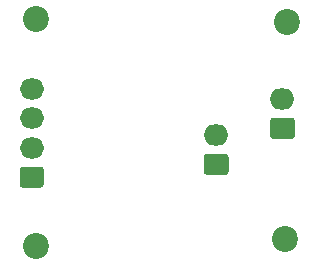
<source format=gbr>
%TF.GenerationSoftware,KiCad,Pcbnew,(5.1.10)-1*%
%TF.CreationDate,2021-12-28T15:59:08-05:00*%
%TF.ProjectId,CAN Transceiver Breakout,43414e20-5472-4616-9e73-636569766572,rev?*%
%TF.SameCoordinates,Original*%
%TF.FileFunction,Soldermask,Bot*%
%TF.FilePolarity,Negative*%
%FSLAX46Y46*%
G04 Gerber Fmt 4.6, Leading zero omitted, Abs format (unit mm)*
G04 Created by KiCad (PCBNEW (5.1.10)-1) date 2021-12-28 15:59:08*
%MOMM*%
%LPD*%
G01*
G04 APERTURE LIST*
%ADD10O,2.100000X1.800000*%
%ADD11C,2.200000*%
%ADD12O,2.050000X1.800000*%
G04 APERTURE END LIST*
D10*
%TO.C,J3*%
X107420000Y-74220000D03*
G36*
G01*
X108205295Y-77620000D02*
X106634705Y-77620000D01*
G75*
G02*
X106370000Y-77355295I0J264705D01*
G01*
X106370000Y-76084705D01*
G75*
G02*
X106634705Y-75820000I264705J0D01*
G01*
X108205295Y-75820000D01*
G75*
G02*
X108470000Y-76084705I0J-264705D01*
G01*
X108470000Y-77355295D01*
G75*
G02*
X108205295Y-77620000I-264705J0D01*
G01*
G37*
%TD*%
D11*
%TO.C,H4*%
X113260000Y-83070000D03*
%TD*%
%TO.C,H3*%
X92200000Y-83600000D03*
%TD*%
%TO.C,H2*%
X113440000Y-64680000D03*
%TD*%
%TO.C,H1*%
X92200000Y-64400000D03*
%TD*%
D10*
%TO.C,J2*%
X113030000Y-71160000D03*
G36*
G01*
X113815295Y-74560000D02*
X112244705Y-74560000D01*
G75*
G02*
X111980000Y-74295295I0J264705D01*
G01*
X111980000Y-73024705D01*
G75*
G02*
X112244705Y-72760000I264705J0D01*
G01*
X113815295Y-72760000D01*
G75*
G02*
X114080000Y-73024705I0J-264705D01*
G01*
X114080000Y-74295295D01*
G75*
G02*
X113815295Y-74560000I-264705J0D01*
G01*
G37*
%TD*%
D12*
%TO.C,J1*%
X91800000Y-70300000D03*
X91800000Y-72800000D03*
X91800000Y-75300000D03*
G36*
G01*
X92560295Y-78700000D02*
X91039705Y-78700000D01*
G75*
G02*
X90775000Y-78435295I0J264705D01*
G01*
X90775000Y-77164705D01*
G75*
G02*
X91039705Y-76900000I264705J0D01*
G01*
X92560295Y-76900000D01*
G75*
G02*
X92825000Y-77164705I0J-264705D01*
G01*
X92825000Y-78435295D01*
G75*
G02*
X92560295Y-78700000I-264705J0D01*
G01*
G37*
%TD*%
M02*

</source>
